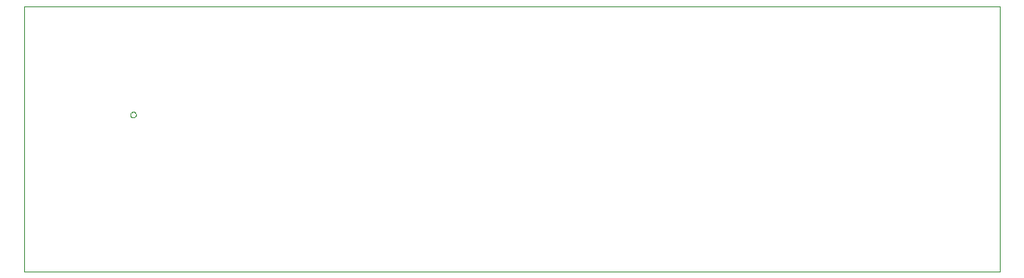
<source format=gko>
G75*
%MOIN*%
%OFA0B0*%
%FSLAX24Y24*%
%IPPOS*%
%LPD*%
%AMOC8*
5,1,8,0,0,1.08239X$1,22.5*
%
%ADD10C,0.0000*%
D10*
X000180Y000180D02*
X000180Y011176D01*
X040550Y011176D01*
X040550Y000180D01*
X000180Y000180D01*
X004562Y006680D02*
X004564Y006701D01*
X004570Y006721D01*
X004579Y006741D01*
X004591Y006758D01*
X004606Y006772D01*
X004624Y006784D01*
X004644Y006792D01*
X004664Y006797D01*
X004685Y006798D01*
X004706Y006795D01*
X004726Y006789D01*
X004745Y006778D01*
X004762Y006765D01*
X004775Y006749D01*
X004786Y006731D01*
X004794Y006711D01*
X004798Y006691D01*
X004798Y006669D01*
X004794Y006649D01*
X004786Y006629D01*
X004775Y006611D01*
X004762Y006595D01*
X004745Y006582D01*
X004726Y006571D01*
X004706Y006565D01*
X004685Y006562D01*
X004664Y006563D01*
X004644Y006568D01*
X004624Y006576D01*
X004606Y006588D01*
X004591Y006602D01*
X004579Y006619D01*
X004570Y006639D01*
X004564Y006659D01*
X004562Y006680D01*
M02*

</source>
